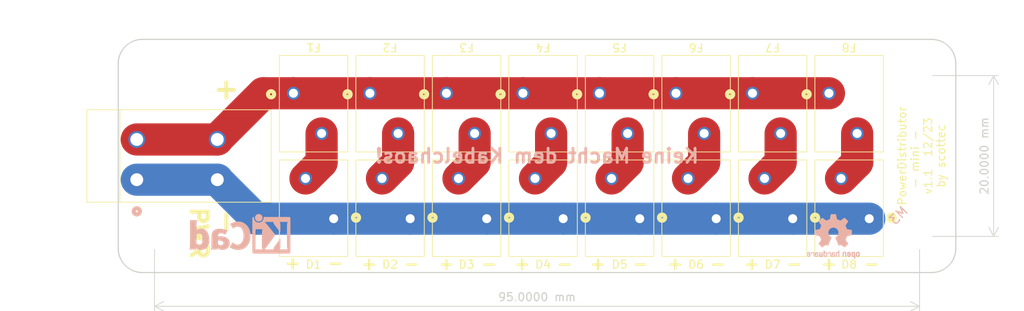
<source format=kicad_pcb>
(kicad_pcb (version 20221018) (generator pcbnew)
  (layers (0 "F.Cu" signal) (31 "B.Cu" signal) (34 "B.Paste" user) (35 "F.Paste" user) (36 "B.SilkS" user "B.Silkscreen") (37 "F.SilkS" user "F.Silkscreen") (38 "B.Mask" user) (39 "F.Mask" user) (44 "Edge.Cuts" user))
  (net 0 "")
  (net 1 "Net-(J1-Pin_2)")
  (net 2 "Net-(J10-Pin_2)")
  (net 3 "Net-(J11-Pin_2)")
  (net 4 "Net-(J12-Pin_2)")
  (net 5 "Net-(J13-Pin_2)")
  (net 6 "Net-(J14-Pin_2)")
  (net 7 "Net-(J15-Pin_2)")
  (net 8 "Net-(J16-Pin_2)")
  (net 9 "VDC")
  (net 10 "GND")
  (footprint "GSI_footprints:Wago-250-202" (layer "F.Cu") (at 152.5215 87.126 180)
    (fp_text reference "J6" hide)
    (fp_text value "F6" (at -2.5 5.7 180 unlocked) (layer "F.SilkS"))
    (pad "1" thru_hole circle (at 0 0 180) (size 1.6256 1.6256) (drill 1.1176) (layers "*.Cu" "*.Mask") (net 9 "VDC"))
    (pad "2" thru_hole circle (at -3.5 -5 180) (size 1.6256 1.6256) (drill 1.1176) (layers "*.Cu" "*.Mask") (net 6 "Net-(J14-Pin_2)"))
  )
  (footprint "MountingHole:MountingHole_3.2mm_M3" (layer "F.Cu") (at 182.7715 104.926)
    (fp_text reference "H4" hide)
    (fp_text value "MountingHole")
    (pad "" np_thru_hole circle (at 0 0) (size 3.2 3.2) (drill 3.2) (layers "*.Cu" "*.Mask"))
  )
  (footprint "GSI_footprints:Wago-250-202" (layer "F.Cu") (at 133.5215 87.126 180)
    (fp_text reference "J4" hide)
    (fp_text value "F4" (at -2.5 5.7 180 unlocked) (layer "F.SilkS"))
    (pad "1" thru_hole circle (at 0 0 180) (size 1.6256 1.6256) (drill 1.1176) (layers "*.Cu" "*.Mask") (net 9 "VDC"))
    (pad "2" thru_hole circle (at -3.5 -5 180) (size 1.6256 1.6256) (drill 1.1176) (layers "*.Cu" "*.Mask") (net 4 "Net-(J12-Pin_2)"))
  )
  (footprint "GSI_footprints:Wago-250-202" (layer "F.Cu") (at 157.5215 102.726)
    (fp_text reference "J14" hide)
    (fp_text value "D6" (at -2.5 5.7 unlocked) (layer "F.SilkS"))
    (pad "1" thru_hole circle (at 0 0) (size 1.6256 1.6256) (drill 1.1176) (layers "*.Cu" "*.Mask") (net 10 "GND"))
    (pad "2" thru_hole circle (at -3.5 -5) (size 1.6256 1.6256) (drill 1.1176) (layers "*.Cu" "*.Mask") (net 6 "Net-(J14-Pin_2)"))
  )
  (footprint "GSI_footprints:Wago-250-202" (layer "F.Cu") (at 119.5215 102.726)
    (fp_text reference "J10" hide)
    (fp_text value "D2" (at -2.5 5.7 unlocked) (layer "F.SilkS"))
    (pad "1" thru_hole circle (at 0 0) (size 1.6256 1.6256) (drill 1.1176) (layers "*.Cu" "*.Mask") (net 10 "GND"))
    (pad "2" thru_hole circle (at -3.5 -5) (size 1.6256 1.6256) (drill 1.1176) (layers "*.Cu" "*.Mask") (net 2 "Net-(J10-Pin_2)"))
  )
  (footprint "GSI_footprints:Wago-250-202" (layer "F.Cu") (at 167.0215 102.726)
    (fp_text reference "J15" hide)
    (fp_text value "D7" (at -2.5 5.7 unlocked) (layer "F.SilkS"))
    (pad "1" thru_hole circle (at 0 0) (size 1.6256 1.6256) (drill 1.1176) (layers "*.Cu" "*.Mask") (net 10 "GND"))
    (pad "2" thru_hole circle (at -3.5 -5) (size 1.6256 1.6256) (drill 1.1176) (layers "*.Cu" "*.Mask") (net 7 "Net-(J15-Pin_2)"))
  )
  (footprint "GSI_footprints:Wago-250-202" (layer "F.Cu") (at 176.5215 102.726)
    (fp_text reference "J16" hide)
    (fp_text value "D8" (at -2.5 5.7 unlocked) (layer "F.SilkS"))
    (pad "1" thru_hole circle (at 0 0) (size 1.6256 1.6256) (drill 1.1176) (layers "*.Cu" "*.Mask") (net 10 "GND"))
    (pad "2" thru_hole circle (at -3.5 -5) (size 1.6256 1.6256) (drill 1.1176) (layers "*.Cu" "*.Mask") (net 8 "Net-(J16-Pin_2)"))
  )
  (footprint "GSI_footprints:Wago-250-202" (layer "F.Cu") (at 143.0215 87.126 180)
    (fp_text reference "J5" hide)
    (fp_text value "F5" (at -2.5 5.7 180 unlocked) (layer "F.SilkS"))
    (pad "1" thru_hole circle (at 0 0 180) (size 1.6256 1.6256) (drill 1.1176) (layers "*.Cu" "*.Mask") (net 9 "VDC"))
    (pad "2" thru_hole circle (at -3.5 -5 180) (size 1.6256 1.6256) (drill 1.1176) (layers "*.Cu" "*.Mask") (net 5 "Net-(J13-Pin_2)"))
  )
  (footprint "GSI_footprints:Wago-250-202" (layer "F.Cu") (at 110.0215 102.726)
    (fp_text reference "J9" hide)
    (fp_text value "D1" (at -2.5 5.7 unlocked) (layer "F.SilkS"))
    (pad "1" thru_hole circle (at 0 0) (size 1.6256 1.6256) (drill 1.1176) (layers "*.Cu" "*.Mask") (net 10 "GND"))
    (pad "2" thru_hole circle (at -3.5 -5) (size 1.6256 1.6256) (drill 1.1176) (layers "*.Cu" "*.Mask") (net 1 "Net-(J1-Pin_2)"))
  )
  (footprint "GSI_footprints:Wago-745-102" (layer "F.Cu") (at 85.5715 97.876 -90)
    (fp_text reference "J17" hide)
    (fp_text value "PWR" (at 6.65 -7.7 -90 unlocked) (layer "F.SilkS") (effects (font (size 2 2) (thickness 0.5) bold)))
    (pad "1" thru_hole circle (at 0 -10 270) (size 2.1082 2.1082) (drill 1.6002) (layers "*.Cu" "*.Mask") (net 10 "GND"))
    (pad "1" thru_hole circle (at 0 0 270) (size 2.1082 2.1082) (drill 1.6002) (layers "*.Cu" "*.Mask") (net 10 "GND"))
    (pad "2" thru_hole circle (at -5 -10 270) (size 2.1082 2.1082) (drill 1.6002) (layers "*.Cu" "*.Mask") (net 9 "VDC"))
    (pad "2" thru_hole circle (at -5 0 270) (size 2.1082 2.1082) (drill 1.6002) (layers "*.Cu" "*.Mask") (net 9 "VDC"))
  )
  (footprint "GSI_footprints:Wago-250-202" (layer "F.Cu") (at 105.0215 87.126 180)
    (fp_text reference "J1" hide)
    (fp_text value "F1" (at -2.5 5.7 180 unlocked) (layer "F.SilkS"))
    (pad "1" thru_hole circle (at 0 0 180) (size 1.6256 1.6256) (drill 1.1176) (layers "*.Cu" "*.Mask") (net 9 "VDC"))
    (pad "2" thru_hole circle (at -3.5 -5 180) (size 1.6256 1.6256) (drill 1.1176) (layers "*.Cu" "*.Mask") (net 1 "Net-(J1-Pin_2)"))
  )
  (footprint "GSI_footprints:Wago-250-202" (layer "F.Cu") (at 162.0215 87.126 180)
    (fp_text reference "J7" hide)
    (fp_text value "F7" (at -2.5 5.7 180 unlocked) (layer "F.SilkS"))
    (pad "1" thru_hole circle (at 0 0 180) (size 1.6256 1.6256) (drill 1.1176) (layers "*.Cu" "*.Mask") (net 9 "VDC"))
    (pad "2" thru_hole circle (at -3.5 -5 180) (size 1.6256 1.6256) (drill 1.1176) (layers "*.Cu" "*.Mask") (net 7 "Net-(J15-Pin_2)"))
  )
  (footprint "GSI_footprints:Wago-250-202" (layer "F.Cu") (at 124.0215 87.126 180)
    (fp_text reference "J3" hide)
    (fp_text value "F3" (at -2.5 5.7 180 unlocked) (layer "F.SilkS"))
    (pad "1" thru_hole circle (at 0 0 180) (size 1.6256 1.6256) (drill 1.1176) (layers "*.Cu" "*.Mask") (net 9 "VDC"))
    (pad "2" thru_hole circle (at -3.5 -5 180) (size 1.6256 1.6256) (drill 1.1176) (layers "*.Cu" "*.Mask") (net 3 "Net-(J11-Pin_2)"))
  )
  (footprint "MountingHole:MountingHole_3.2mm_M3" (layer "F.Cu") (at 182.7715 84.926)
    (fp_text reference "H2" hide)
    (fp_text value "MountingHole")
    (pad "" np_thru_hole circle (at 0 0) (size 3.2 3.2) (drill 3.2) (layers "*.Cu" "*.Mask"))
  )
  (footprint "GSI_footprints:Wago-250-202" (layer "F.Cu") (at 114.5215 87.126 180)
    (fp_text reference "J2" hide)
    (fp_text value "F2" (at -2.5 5.7 180 unlocked) (layer "F.SilkS"))
    (pad "1" thru_hole circle (at 0 0 180) (size 1.6256 1.6256) (drill 1.1176) (layers "*.Cu" "*.Mask") (net 9 "VDC"))
    (pad "2" thru_hole circle (at -3.5 -5 180) (size 1.6256 1.6256) (drill 1.1176) (layers "*.Cu" "*.Mask") (net 2 "Net-(J10-Pin_2)"))
  )
  (footprint "GSI_footprints:Wago-250-202" (layer "F.Cu") (at 129.0215 102.726)
    (fp_text reference "J11" hide)
    (fp_text value "D3" (at -2.5 5.7 unlocked) (layer "F.SilkS"))
    (pad "1" thru_hole circle (at 0 0) (size 1.6256 1.6256) (drill 1.1176) (layers "*.Cu" "*.Mask") (net 10 "GND"))
    (pad "2" thru_hole circle (at -3.5 -5) (size 1.6256 1.6256) (drill 1.1176) (layers "*.Cu" "*.Mask") (net 3 "Net-(J11-Pin_2)"))
  )
  (footprint "MountingHole:MountingHole_3.2mm_M3" (layer "F.Cu") (at 87.7715 104.926)
    (fp_text reference "H3" hide)
    (fp_text value "MountingHole")
    (pad "" np_thru_hole circle (at 0 0) (size 3.2 3.2) (drill 3.2) (layers "*.Cu" "*.Mask"))
  )
  (footprint "GSI_footprints:Wago-250-202" (layer "F.Cu") (at 138.5215 102.726)
    (fp_text reference "J12" hide)
    (fp_text value "D4" (at -2.5 5.7 unlocked) (layer "F.SilkS"))
    (pad "1" thru_hole circle (at 0 0) (size 1.6256 1.6256) (drill 1.1176) (layers "*.Cu" "*.Mask") (net 10 "GND"))
    (pad "2" thru_hole circle (at -3.5 -5) (size 1.6256 1.6256) (drill 1.1176) (layers "*.Cu" "*.Mask") (net 4 "Net-(J12-Pin_2)"))
  )
  (footprint "GSI_footprints:Wago-250-202" (layer "F.Cu") (at 148.0215 102.726)
    (fp_text reference "J13" hide)
    (fp_text value "D5" (at -2.5 5.7 unlocked) (layer "F.SilkS"))
    (pad "1" thru_hole circle (at 0 0) (size 1.6256 1.6256) (drill 1.1176) (layers "*.Cu" "*.Mask") (net 10 "GND"))
    (pad "2" thru_hole circle (at -3.5 -5) (size 1.6256 1.6256) (drill 1.1176) (layers "*.Cu" "*.Mask") (net 5 "Net-(J13-Pin_2)"))
  )
  (footprint "MountingHole:MountingHole_3.2mm_M3" (layer "F.Cu") (at 87.7715 84.926)
    (fp_text reference "H1" hide)
    (fp_text value "MountingHole")
    (pad "" np_thru_hole circle (at 0 0) (size 3.2 3.2) (drill 3.2) (layers "*.Cu" "*.Mask"))
  )
  (footprint "GSI_footprints:Wago-250-202" (layer "F.Cu") (at 171.5215 87.126 180)
    (fp_text reference "J8" hide)
    (fp_text value "F8" (at -2.5 5.7 180 unlocked) (layer "F.SilkS"))
    (pad "1" thru_hole circle (at 0 0 180) (size 1.6256 1.6256) (drill 1.1176) (layers "*.Cu" "*.Mask") (net 9 "VDC"))
    (pad "2" thru_hole circle (at -3.5 -5 180) (size 1.6256 1.6256) (drill 1.1176) (layers "*.Cu" "*.Mask") (net 8 "Net-(J16-Pin_2)"))
  )
  (footprint "Symbol:KiCad-Logo_5mm_SilkScreen" (layer "B.Cu") (at 98.3715 105.126 180)
    (fp_text reference "REF**" hide)
    (fp_text value "KiCad-Logo_5mm_SilkScreen" hide)
  )
  (footprint "Symbol:OSHW-Logo2_7.3x6mm_SilkScreen" (layer "B.Cu") (at 172.0715 104.926 180)
    (fp_text reference "REF**" hide)
    (fp_text value "OSHW-Logo2_7.3x6mm_SilkScreen" hide)
  )
  (gr_line (start 83.2715 106.426) (end 83.2715 83.426) (stroke (width 0.15)) (layer "Edge.Cuts"))
  (gr_line (start 184.2715 109.426) (end 86.2715 109.426) (stroke (width 0.15)) (layer "Edge.Cuts"))
  (gr_arc (start 83.2715 83.426) (mid 84.15018 81.30468) (end 86.2715 80.426) (stroke (width 0.15)) (layer "Edge.Cuts"))
  (gr_arc (start 184.2715 80.426) (mid 186.39282 81.30468) (end 187.2715 83.426) (stroke (width 0.15)) (layer "Edge.Cuts"))
  (gr_arc (start 86.2715 109.426) (mid 84.15018 108.54732) (end 83.2715 106.426) (stroke (width 0.15)) (layer "Edge.Cuts"))
  (gr_line (start 187.2715 83.426) (end 187.2715 106.426) (stroke (width 0.15)) (layer "Edge.Cuts"))
  (gr_line (start 86.2715 80.426) (end 184.2715 80.426) (stroke (width 0.15)) (layer "Edge.Cuts"))
  (gr_arc (start 187.2715 106.426) (mid 186.39282 108.54732) (end 184.2715 109.426) (stroke (width 0.15)) (layer "Edge.Cuts"))
  (gr_text "M3" (at 180.1715 102.326 45) (layer "B.SilkS") (effects (font (size 1.15 1.15)) (justify mirror)))
  (gr_text "Keine Macht dem Kabelchaos!" (at 135.2715 94.926) (layer "B.SilkS") (effects (font (size 1.75 1.75) (thickness 0.35) bold) (justify mirror)))
  (gr_text "+   -" (at 107.5715 108.226) (layer "F.SilkS") (effects (font (size 1.5 1.5) (thickness 0.3) bold)))
  (gr_text "+   -" (at 174.1715 108.326) (layer "F.SilkS") (effects (font (size 1.5 1.5) (thickness 0.3) bold)))
  (gr_text "PowerDistributor\n- mini - \nv1.1  12/23\nby scottec" (at 186.0215 94.926 90) (layer "F.SilkS") (effects (font (size 1 1)) (justify bottom)))
  (gr_text "+   -" (at 155.0715 108.326) (layer "F.SilkS") (effects (font (size 1.5 1.5) (thickness 0.3) bold)))
  (gr_text "+   -" (at 145.4715 108.326) (layer "F.SilkS") (effects (font (size 1.5 1.5) (thickness 0.3) bold)))
  (gr_text "+   -" (at 126.6715 108.326) (layer "F.SilkS") (effects (font (size 1.5 1.5) (thickness 0.3) bold)))
  (gr_text "+   -" (at 136.0715 108.326) (layer "F.SilkS") (effects (font (size 1.5 1.5) (thickness 0.3) bold)))
  (gr_text "+   -" (at 117.0715 108.326) (layer "F.SilkS") (effects (font (size 1.5 1.5) (thickness 0.3) bold)))
  (gr_text "+       -" (at 96.8715 94.926 270) (layer "F.SilkS") (effects (font (size 2.5 2.5) (thickness 0.5) bold)))
  (gr_text "+   -" (at 164.5715 108.326) (layer "F.SilkS") (effects (font (size 1.5 1.5) (thickness 0.3) bold)))
  (dimension (type aligned) (layer "Edge.Cuts") (pts (xy 87.7715 104.926) (xy 182.7715 104.926)) (height 8.699999) (gr_text "95,0000 mm" (at 135.2715 112.475999) (layer "Edge.Cuts") (effects (font (size 1 1) (thickness 0.15)))) (format (prefix "") (suffix "") (units 3) (units_format 1) (precision 4)) (style (thickness 0.1) (arrow_length 1.27) (text_position_mode 0) (extension_height 0.58642) (extension_offset 0.5) keep_text_aligned))
  (dimension (type aligned) (layer "Edge.Cuts") (pts (xy 182.7715 84.926) (xy 182.7715 104.926)) (height -9.2) (gr_text "20,0000 mm" (at 190.8215 94.926 90) (layer "Edge.Cuts") (effects (font (size 1 1) (thickness 0.15)))) (format (prefix "") (suffix "") (units 3) (units_format 1) (precision 4)) (style (thickness 0.1) (arrow_length 1.27) (text_position_mode 0) (extension_height 0.58642) (extension_offset 0.5) keep_text_aligned))
  (segment (start 108.5215 92.126) (end 108.5215 95.726) (width 4) (layer "F.Cu") (net 1))
  (segment (start 108.5215 95.726) (end 106.5215 97.726) (width 4) (layer "F.Cu") (net 1))
  (segment (start 118.0215 95.726) (end 116.0215 97.726) (width 4) (layer "F.Cu") (net 2))
  (segment (start 118.0215 92.126) (end 118.0215 95.726) (width 4) (layer "F.Cu") (net 2))
  (segment (start 127.5215 92.126) (end 127.5215 95.726) (width 4) (layer "F.Cu") (net 3))
  (segment (start 127.5215 95.726) (end 125.5215 97.726) (width 4) (layer "F.Cu") (net 3))
  (segment (start 137.0215 92.126) (end 137.0215 95.726) (width 4) (layer "F.Cu") (net 4))
  (segment (start 137.0215 95.726) (end 135.0215 97.726) (width 4) (layer "F.Cu") (net 4))
  (segment (start 146.5215 92.126) (end 146.5215 95.726) (width 4) (layer "F.Cu") (net 5))
  (segment (start 146.5215 95.726) (end 144.5215 97.726) (width 4) (layer "F.Cu") (net 5))
  (segment (start 156.0215 92.126) (end 156.0215 95.726) (width 4) (layer "F.Cu") (net 6))
  (segment (start 156.0215 95.726) (end 154.0215 97.726) (width 4) (layer "F.Cu") (net 6))
  (segment (start 165.5215 95.726) (end 163.5215 97.726) (width 4) (layer "F.Cu") (net 7))
  (segment (start 165.5215 92.126) (end 165.5215 95.726) (width 4) (layer "F.Cu") (net 7))
  (segment (start 175.0215 92.126) (end 175.0215 95.726) (width 4) (layer "F.Cu") (net 8))
  (segment (start 175.0215 95.726) (end 173.0215 97.726) (width 4) (layer "F.Cu") (net 8))
  (segment (start 95.5715 92.876) (end 85.5715 92.876) (width 4) (layer "F.Cu") (net 9))
  (segment (start 124.0215 87.126) (end 133.5215 87.126) (width 4) (layer "F.Cu") (net 9))
  (segment (start 143.0215 87.126) (end 152.5215 87.126) (width 4) (layer "F.Cu") (net 9))
  (segment (start 95.5715 92.826) (end 95.5715 92.876) (width 4) (layer "F.Cu") (net 9))
  (segment (start 152.5215 87.126) (end 162.0215 87.126) (width 4) (layer "F.Cu") (net 9))
  (segment (start 101.2715 87.126) (end 95.5715 92.826) (width 4) (layer "F.Cu") (net 9))
  (segment (start 162.0215 87.126) (end 171.5215 87.126) (width 4) (layer "F.Cu") (net 9))
  (segment (start 114.5215 87.126) (end 124.0215 87.126) (width 4) (layer "F.Cu") (net 9))
  (segment (start 105.0215 87.126) (end 101.2715 87.126) (width 4) (layer "F.Cu") (net 9))
  (segment (start 105.0215 87.126) (end 114.5215 87.126) (width 4) (layer "F.Cu") (net 9))
  (segment (start 133.5215 87.126) (end 143.0215 87.126) (width 4) (layer "F.Cu") (net 9))
  (segment (start 148.0215 102.726) (end 157.5215 102.726) (width 4) (layer "B.Cu") (net 10))
  (segment (start 167.0215 102.726) (end 176.5215 102.726) (width 4) (layer "B.Cu") (net 10))
  (segment (start 110.0215 102.726) (end 100.3715 102.726) (width 4) (layer "B.Cu") (net 10))
  (segment (start 110.0215 102.726) (end 119.5215 102.726) (width 4) (layer "B.Cu") (net 10))
  (segment (start 100.3715 102.726) (end 95.5715 97.926) (width 4) (layer "B.Cu") (net 10))
  (segment (start 119.5215 102.726) (end 129.0215 102.726) (width 4) (layer "B.Cu") (net 10))
  (segment (start 129.0215 102.726) (end 138.5215 102.726) (width 4) (layer "B.Cu") (net 10))
  (segment (start 157.5215 102.726) (end 167.0215 102.726) (width 4) (layer "B.Cu") (net 10))
  (segment (start 138.5215 102.726) (end 148.0215 102.726) (width 4) (layer "B.Cu") (net 10))
  (segment (start 95.5715 97.926) (end 95.5715 97.876) (width 4) (layer "B.Cu") (net 10))
  (segment (start 95.5715 97.876) (end 85.5715 97.876) (width 4) (layer "B.Cu") (net 10))
)
</source>
